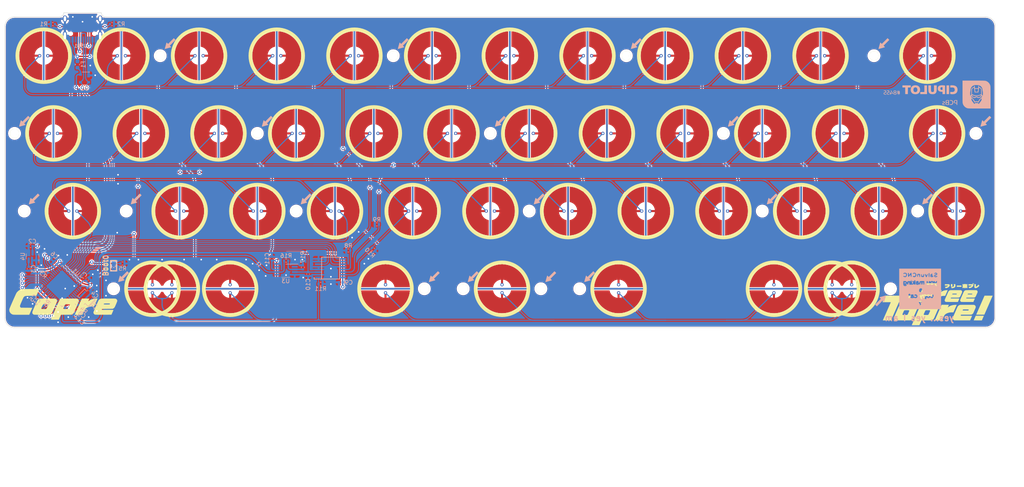
<source format=kicad_pcb>
(kicad_pcb (version 20211014) (generator pcbnew)

  (general
    (thickness 1.59)
  )

  (paper "A4")
  (title_block
    (title "Copre")
    (date "2022-10-09")
    (rev "1")
    (company "Cipulot  PCB Design")
    (comment 1 "WTFPL")
    (comment 2 "Cipulot")
  )

  (layers
    (0 "F.Cu" signal)
    (1 "In1.Cu" signal)
    (2 "In2.Cu" signal)
    (31 "B.Cu" signal)
    (32 "B.Adhes" user "B.Adhesive")
    (33 "F.Adhes" user "F.Adhesive")
    (34 "B.Paste" user)
    (35 "F.Paste" user)
    (36 "B.SilkS" user "B.Silkscreen")
    (37 "F.SilkS" user "F.Silkscreen")
    (38 "B.Mask" user)
    (39 "F.Mask" user)
    (40 "Dwgs.User" user "User.Drawings")
    (41 "Cmts.User" user "User.Comments")
    (42 "Eco1.User" user "User.Eco1")
    (43 "Eco2.User" user "User.Eco2")
    (44 "Edge.Cuts" user)
    (45 "Margin" user)
    (46 "B.CrtYd" user "B.Courtyard")
    (47 "F.CrtYd" user "F.Courtyard")
    (48 "B.Fab" user)
    (49 "F.Fab" user)
    (50 "User.1" user)
    (51 "User.2" user)
    (52 "User.3" user)
    (53 "User.4" user)
    (54 "User.5" user)
    (55 "User.6" user)
    (56 "User.7" user)
    (57 "User.8" user)
    (58 "User.9" user)
  )

  (setup
    (stackup
      (layer "F.SilkS" (type "Top Silk Screen"))
      (layer "F.Paste" (type "Top Solder Paste"))
      (layer "F.Mask" (type "Top Solder Mask") (thickness 0.01))
      (layer "F.Cu" (type "copper") (thickness 0.035))
      (layer "dielectric 1" (type "prepreg") (thickness 0.2) (material "7628") (epsilon_r 4.6) (loss_tangent 0))
      (layer "In1.Cu" (type "copper") (thickness 0.0175))
      (layer "dielectric 2" (type "core") (thickness 1.065) (material "FR4") (epsilon_r 4.5) (loss_tangent 0.02))
      (layer "In2.Cu" (type "copper") (thickness 0.0175))
      (layer "dielectric 3" (type "prepreg") (thickness 0.2) (material "7628") (epsilon_r 4.6) (loss_tangent 0))
      (layer "B.Cu" (type "copper") (thickness 0.035))
      (layer "B.Mask" (type "Bottom Solder Mask") (thickness 0.01))
      (layer "B.Paste" (type "Bottom Solder Paste"))
      (layer "B.SilkS" (type "Bottom Silk Screen"))
      (copper_finish "HAL lead-free")
      (dielectric_constraints no)
    )
    (pad_to_mask_clearance 0)
    (aux_axis_origin 26.221561 57.65)
    (pcbplotparams
      (layerselection 0x00010fc_ffffffff)
      (disableapertmacros false)
      (usegerberextensions false)
      (usegerberattributes false)
      (usegerberadvancedattributes false)
      (creategerberjobfile true)
      (svguseinch false)
      (svgprecision 6)
      (excludeedgelayer true)
      (plotframeref false)
      (viasonmask false)
      (mode 1)
      (useauxorigin true)
      (hpglpennumber 1)
      (hpglpenspeed 20)
      (hpglpendiameter 15.000000)
      (dxfpolygonmode true)
      (dxfimperialunits true)
      (dxfusepcbnewfont true)
      (psnegative false)
      (psa4output false)
      (plotreference true)
      (plotvalue true)
      (plotinvisibletext false)
      (sketchpadsonfab false)
      (subtractmaskfromsilk true)
      (outputformat 1)
      (mirror false)
      (drillshape 0)
      (scaleselection 1)
      (outputdirectory "Copre")
    )
  )

  (net 0 "")
  (net 1 "Net-(C1-Pad1)")
  (net 2 "ROW3")
  (net 3 "+5V")
  (net 4 "BOOT0")
  (net 5 "VBAT")
  (net 6 "NRST")
  (net 7 "APLEX_OUT_PIN_0")
  (net 8 "D+")
  (net 9 "D-")
  (net 10 "VBUS")
  (net 11 "ADC")
  (net 12 "Net-(R16-Pad2)")
  (net 13 "Net-(R1-Pad2)")
  (net 14 "BOOT1")
  (net 15 "COL1")
  (net 16 "COL2")
  (net 17 "COL3")
  (net 18 "COL0")
  (net 19 "COL7")
  (net 20 "COL5")
  (net 21 "COL4")
  (net 22 "COL6")
  (net 23 "Net-(R2-Pad1)")
  (net 24 "COL8")
  (net 25 "ROW2")
  (net 26 "ROW0")
  (net 27 "ROW1")
  (net 28 "APLEX_EN_PIN_0")
  (net 29 "unconnected-(U1-Pad4)")
  (net 30 "XTAL0")
  (net 31 "XTAL1")
  (net 32 "unconnected-(U1-Pad21)")
  (net 33 "COL9")
  (net 34 "SWDIO")
  (net 35 "AMUX_SEL_0")
  (net 36 "AMUX_SEL_1")
  (net 37 "AMUX_SEL_2")
  (net 38 "unconnected-(USB1-Pad3)")
  (net 39 "unconnected-(USB1-Pad9)")
  (net 40 "unconnected-(U1-Pad2)")
  (net 41 "unconnected-(U1-Pad3)")
  (net 42 "COL10")
  (net 43 "COL11")
  (net 44 "unconnected-(U1-Pad29)")
  (net 45 "unconnected-(U1-Pad30)")
  (net 46 "Net-(R3-Pad1)")
  (net 47 "unconnected-(U1-Pad18)")
  (net 48 "unconnected-(U1-Pad13)")
  (net 49 "GND")
  (net 50 "unconnected-(U1-Pad19)")
  (net 51 "unconnected-(U1-Pad11)")
  (net 52 "unconnected-(U1-Pad10)")

  (footprint "cipulot_parts:ecs_pad_no_ring" (layer "F.Cu") (at 253.665311 68.4))

  (footprint "cipulot_parts:ecs_pad_no_ring" (layer "F.Cu") (at 156.034061 87.45))

  (footprint "cipulot_parts:ecs_pad_no_ring" (layer "F.Cu") (at 70.309061 106.5))

  (footprint "cipulot_parts:ecs_pad_no_ring" (layer "F.Cu") (at 113.171561 68.4))

  (footprint "cipulot_parts:HOLE_M2" (layer "F.Cu") (at 139.841561 125.55))

  (footprint "cipulot_parts:HOLE_M2" (layer "F.Cu") (at 57.212186 106.5))

  (footprint "cipulot_parts:ecs_pad_no_ring" (layer "F.Cu") (at 175.084061 87.45))

  (footprint "cipulot_parts:HOLE_M2" (layer "F.Cu") (at 244.616569 125.55 180))

  (footprint "cipulot_parts:ecs_pad_no_ring" (layer "F.Cu") (at 216.041561 125.55 90))

  (footprint "cipulot_parts:HOLE_M2" (layer "F.Cu") (at 65.546561 68.4))

  (footprint "cipulot_parts:ecs_pad_no_ring" (layer "F.Cu") (at 108.409061 106.5))

  (footprint "cipulot_parts:HOLE_M2" (layer "F.Cu") (at 98.884061 106.5))

  (footprint "cipulot_parts:ecs_pad_no_ring" (layer "F.Cu") (at 170.321561 68.4))

  (footprint "cipulot_parts:ecs_pad_no_ring" (layer "F.Cu") (at 194.134061 87.45))

  (footprint "cipulot_parts:ecs_pad_no_ring" (layer "F.Cu")
    (tedit 62421F5E) (tstamp 52f3e9e5-e12d-4a15-92d5-4390b5823e3c)
    (at 260.809061 106.5)
    (descr " StepUp generated footprint")
    (property "Sheetfile" "File: matrix.kicad_sch")
    (property "Sheetname" "matrix")
    (path "/d1422f38-9fce-4f5e-878a-341530beaf9c/1dac1c8e-aab6-4baf-8e2e-efcb0bd11121")
    (attr smd exclude_from_pos_files exclude_from_bom)
    (fp_text reference "SW37" (at -6 -8) (layer "Dwgs.User")
      (effects (font (size 0.8 0.8) (thickness 0.12)))
      (tstamp 266aae53-b48b-448c-a0b8-16f9af05b37f)
    )
    (fp_text value "EC_SW" (at -4.9 -5.6) (layer "F.SilkS") hide
      (effects (font (size 0.8 0.8) (thickness 0.12)))
      (tstamp 1be32ce3-6745-496d-8267-81ce1bb172ef)
    )
    (fp_text user "${REFERENCE}" (at 0 -2.5) (layer "F.Fab")
      (effects (font (size 0.8 0.8) (thickness 0.12)))
      (tstamp 4e4610d9-b434-453e-a33a-486a44cdb801)
    )
    (fp_circle (center 0 0) (end 6.467 0) (layer "F.SilkS") (width 0.9) (fill none) (tstamp 51ea2548-e552-4371-8728-d7bf3815cdca))
    (fp_line (start -5.97 7) (end -7.3 5.67) (layer "Dwgs.User") (width 0.1) (tstamp 112f064a-42a8-4151-b3ed-82566a956b0d))
    (fp_line (start 5.97 7) (end -5.97 7) (layer "Dwgs.User") (width 0.1) (tstamp 223a968e-ff66-4b59-9878-f255cbe8081e))
    (fp_line (start -7.3 5.67) (end -5.97 7) (layer "Dwgs.User") (width 0.1) (tstamp 3401d590-dceb-43f0-8891-14e5b9411641))
    (fp_line (start -7.3 5.67) (end -7.3 -5.67) (layer "Dwgs.User") (width 0.1) (tstamp 414d8044-9ebc-4753-bfb7-94cbaab2cd0d))
    (fp_line (start 5.97 -7) (end 7.3 -5.67) (layer "Dwgs.User") (width 0.1) (tstamp 51a67716-6755-44f0-830a-6dc0cfca2306))
    (fp_line (start -9.25 1.3) (end -9.250371 6.049348) (layer "Dwgs.User") (width 0.1) (tstamp 5dbfa2ae-be27-486d-a182-ef5612bb7db5))
    (fp_line (start -9.251813 -6.05039) (end -9.25 -1.3) (layer "Dwgs.User") (width 0.1) (tstamp b429142c-b83b-4442-b0a7-4a57a7b14c69))
    (fp_line (start 7.3 5.67) (end 5.97 7) (layer "Dwgs.User") (width 0.1) (tstamp d8d9c33e-cbc7-4598-8afa-3526f28986ba))
    (fp_line (start 7.3 -5.67) (end 7.3 5.67) (layer "Dwgs.User") (width 0.1) (tstamp e8b9fc1a-d406-4319-9cc5-f43b0a7a934d))
    (fp_line (start -5.97 -7) (end 5.97 -7) (layer "Dwgs.User") (width 0.1) (tstamp ecd7f809-8ffd-4b61-996b-345fd45ed05c))
    (fp_line (start 9.251813 -6.05039) (end 9.25 -1.3) (layer "Dwgs.User") (width 0.1) (tstamp f45d016b-62df-44c7-ae59-e4e3e608fc35))
    (fp_line (start -7.3 -5.67) (end -5.97 -7) (layer "Dwgs.User") (width 0.1) (tstamp faef146c-8d8d-476b-bd30-523fffedcad4))
    (fp_line (start 9.25 1.3) (end 9.250651 6.049404) (layer "Dwgs.User") (width 0.1) (tstamp fc5197be-d2f5-4515-b2d9-75efa38ec627))
    (fp_arc (start -9.25 -1.3) (mid -7.95 0) (end -9.25 1.3) (layer "Dwgs.User") (width 0.1) (tstamp 39c683b2-45a0-4cad-8c52-fcef892417d4))
    (fp_arc (start 9.25 1.3) (mid 7.95 0) (end 9.25 -1.3) (layer "Dwgs.User") (width 0.1) (tstamp e9563877-054b-460b-ba18-1e1e70e25789))
    (fp_curve (pts (xy -9.250371 6.049348) (xy -9.250422 6.677362) (xy -9.046276 7.30655) (xy -8.677042 7.814101)) (layer "Dwgs.User") (width 0.1) (tstamp 11569ac0-7d3d-4194-9d73-a82df2c1968e))
    (fp_curve (pts (xy 6.25 9.05) (xy 6.878319 9.05) (xy 7.503978 8.844442) (xy 8.012619 8.475744)) (layer "Dwgs.User") (width 0.1) (tstamp 1b4a9fc3-9ab7-4585-8305-ecc976fcd1c3))
    (fp_curve (pts (xy -8.677042 7.814101) (xy -8.215499 8.448541) (xy -7.496006 8.892925) (xy -6.71966 9.014527)) (layer "Dwgs.User") (width 0.1) (tstamp 321ad7bb-30ab-4bdd-86d2-a4cdae7b4b85))
    (fp_curve (pts (xy -6.249691 -9.051713) (xy -7.035135 -9.052706) (xy -7.816878 -8.726043) (xy -8.371514 -8.171861)) (layer "Dwgs.User") (width 0.1) (tstamp 53d8ae9c-5e9c-479f-86e0-f290162caaf3))
    (fp_curve (pts (xy 9.251813 -6.05039) (xy 9.253678 -6.835978) (xy 8.92615 -7.61768) (xy 8.371514 -8.171861)) (layer "Dwgs.User") (width 0.1) (tstamp 5bc2d92d-795b-433c-9e76-cf3d9936f0c3))
    (fp_curve (pts (xy 8.676354 7.811921) (xy 9.045049 7.303239) (xy 9.250869 6.67773) (xy 9.250651 6.049404)) (layer "Dwgs.User") (width 0.1) (tstamp 96d8cdb7-8a75-4494-9dcf-43306003b39a))
    (fp_curve (pts (xy -6.71966 9.014527) (xy -6.564391 9.038847) (xy -6.406847 9.050256) (xy -6.249803 9.05032)) (layer "Dwgs.User") (width 0.1) (tstamp a03573a3-09af-4cfc-b614-d23c1fa9ad6c))
    (fp_curve (pts (xy 8.371514 -8.171861) (xy 7.816878 -8.726043) (xy 7.035135 -9.052706) (xy 6.249691 -9.051713)) (layer "Dwgs.User") (width 0.1) (tstamp b29e2468-5b70-480b-a2d1-75f6f7cc4c52))
    (fp_curve (pts (xy 8.012619 8.475744) (xy 8.26694 8.291395) (xy 8.492006 8.066262) (xy 8.676354 7.811921)) (layer "Dwgs.User") (width 0.1) (tstamp b716167b-1dab-4914-bce6-c27b4f96a016))
    (fp_curve (pts (xy 6.249691 -9.051713) (xy 2.116313 -9.04649) (xy -2.116313 -9.04649) (xy -6.249691 -9.051713)) (layer "Dwgs.User") (width 0.1) (tstamp c952485f-d179-4715-8211-ed64132f0121))
    (fp_curve (pts (xy -8.371514 -8.171861) (xy -8.92615 -7.61768) (xy -9.253678 -6.835978) (xy -9.251813 -6.05039)) (layer "Dwgs.User") (width 0.1) (tstamp dcaf2228-fbd4-4ba4-b90b-b34baf7c85b2))
    (fp_curve (pts (xy -6.249803 9.05032) (xy -2.117596 9.052005) (xy 2.116864 9.05) (xy 6.25 9.05)) (layer "Dwgs.User") (width 0.1) (tstamp e5e63927-949f-449d-ba9b-4d66eca4d1f8))
    (pad "1" smd custom (at -1 0) (size 0.4 0.4) (layers "F.Cu")
      (net 25 "ROW2") (pinfunction "1") (pintype "passive") (zone_connect 0)
      (options (clearance outline) (anchor circle))
      (primitives
        (gr_poly (pts
            (xy 0.6 -2.214159)
            (xy 0.320477 -2.144936)
            (xy 0.052085 -2.040578)
            (xy -0.20078 -1.902795)
            (xy -0.433976 -1.733843)
            (xy -0.643683 -1.536492)
            (xy -0.826466 -1.313972)
            (xy -0.979332 -1.069928)
            (xy -1.099775 -0.80836)
            (xy -1.185824 -0.53355)
            (xy -1.236068 -0.25)
            (xy 0 -0.25)
            (xy 0.095671 -0.23097)
            (xy 0.176777 -0.176777)
            (xy 0.23097 -0.095671)
            (xy 0.25 0)
            (xy 0.23097 0.095671)
            (xy 0.176777 0.176777)
            (xy 0.095671 0.23097)
            (xy 0 0.25)
            (xy -1.236068 0.25)
            (xy -1.185824 0.53355)
            (xy -1.099775 0.80836)
            (xy -0.979332 1.069928)
            (xy -0.826466 1.313972)
            (xy -0.643683 1.536492)
            (xy -0.433976 1.733843)
            (xy -0.20078 1.902795)
            (xy 0.052085 2.040578)
            (xy 0.320477 2.144936)
            (xy 0.6 2.214159)
            (xy 0.6 5.986652)
            (xy 0.115133 5.934392)
            (xy -0.363889 5.842928)
            (xy -0.8339 5.712864)
            (xy -1.291796 5.545058)
            (xy -1.734552 5.34062)
            (xy -2.159242 5.100901)
            (xy -2.563061 4.827483)
            (xy -2.943342 4.522174)
            (xy -3.297572 4.186989)
            (xy -3.62341 3.824144)
            (xy -3.918705 3.436035)
            (xy -4.181506 3.025227)
            (xy -4.410075 2.594434)
            (xy -4.602904 2.1465)
            (xy -4.758719 1.684386)
            (xy -4.876489 1.211145)
            (xy -4.955438 0.729902)
            (xy -4.995043 0.243838)
            (xy -4.995043 -0.243838)
            (xy -4.955438 -0.729902)
            (xy -4.876489 -1.211145)
            (xy -4.758719 -1.684386)
            (xy -4.602904 -2.1465)
            (xy -4.410075 -2.594434)
            (xy -4.181506 -3.025227)
            (xy -3.918705 -3.436035)
            (xy -3.62341 -3.824144)
            (xy -3.297572 -4.186989)
            (xy -2.943342 -4.522174)
            (xy -2.563061 -4.827483)
            (xy -2.159242 -5.100901)
            (xy -1.734552 -5.34062)
            (xy -1.291796 -5.545058)
            (xy -0.8339 -5.712864)
            (xy -0.363889 -5.842928)
            (xy 0.115133 -5.934392)
            (xy 0.6 -5.986652)
          ) (width 0) (fill yes))
      ) (tstamp 93932e70-e9f3-41a0-9f59-c4918184ffcd))
    (pad "2" smd custom (at 1 0 180) (size 0.4 0.4) (layers "F.Cu")
      (net 43 "COL11") (pinfunction "2") (pintype "passive") (zone_connect 0)
      (options (clearance outline) (anchor circle))
      (primitives
        (gr_poly (pts
            (xy 0.6 -2.214159)
            (xy 0.320477 -2.144936)
            (xy 0.052085 -2.040578)
            (xy -0.20078 -1.902795)
            (xy -0.433976 -1.733843)
            (xy -0.643683 -1.536492)
            (xy -0.826466 -1.313972)
            (xy -0.979332 -1.069928)
            (xy -1.099775 -0.80836)
            (xy -1.185824 -0.53355)
            (xy -1.236068 -0.25)
            (xy 0 -0.25)
            (xy 0.095671 -0.23097)
            (xy 0.176777 -0.176777)
            (xy 0.23097 -0.095671)
            (xy 0.25 0)
            (xy 0.23097 0.095671)
            (xy 0.176777 0.176777)
            (xy 0.095671 0.23097)
            (xy 0 0.25)
            (xy -1.236068 0.25)
            (xy -1.185824 0.53355)
            (xy -1.099775 0.80836)
            (xy -0.979332 1.069928)
            (xy -0.826466 1.313972)
            (xy -0.643683 1.536492)
            (xy -0.433976 1.733843)
            (xy -0.20078 1.902795)
            (xy 0.052085 2.040578)
            (xy 0.320477 2.144936)
            (xy 0.6 2.214159)
            (xy 0.6 5.986652)
            (xy 0.115133 5.934392)
            (xy -0.363889 5.842928)
            (xy -0.8339 5.712864)
            (xy -1.291796 5.545058)
            (xy -1.734552 5.34062)
            (xy -2.159242 5.100901)
            (xy -2.563061 4.827483)
            (xy -2.943342 4.522174)
            (xy -3.297572 4.186989)
            (xy -3.62341 3.824144)
            (xy -3.918705 3.436035)
            (xy -4.181506 3.025227)
            (xy -4.410075 2.594434)
            (xy -4.602904 2.1465)
            (xy -4.758719 1.684386)
            (xy -4.876489 1.211145)
            (xy -4.955438 0.729902)
            (xy -4.995043 0.243838)
            (xy -4.995043 -0.243838)
            (xy -4.955438 -0.729902)
            (xy -4.876489 -1.211145)
            (xy -4.758719 -1.684386)
            (xy -4.602904 -2.1465)
            (xy -4.410075 -2.594434)
            (xy -4.181506 -3.025227)
            (xy -3.918705 -3.436035)
            (xy -3.62341 -3.824144)
            (xy -3.297572 -4.186989)
            (xy -2.943342 -4.522174)
            (xy -2.563061 -4.827483)
            (xy -2.159242 -5.100901)
            (xy -1.734552 -5.34062)
            (xy -1.291796 -5.545058)
            (xy -0.8339 -5.712864)
            (xy -0.363889 -5.842928)
            (xy 0.115133 -5.934392)
            (xy 0.6 -5.986652)
          ) (width 0) (fill yes))
      ) (tstamp 5bb58f0a-7273-4fa8-907d-a220a72eff10))
    (pad "3" smd custom (at 0 0) (size 0.4 0.4) (layers "F.Cu")
      (net 49 "GND") (pinfunction "SG") (pintype "input") (zone_connect 2)
      (options (clearance convexhull) (anchor rect))
      (primitives
        (gr_line (start 0 -7) (end 0 7) (width 0.4))
      ) (tstamp 4a9459e3-df32-46aa-9881-8fa65a7b621a))
    (pad "3" smd custom (at 0 0) (size 0.4 0.4) (layers "B.Cu")
      (net 49 "GND") (pinfunction "SG") (pintype "input") (zone_connect 2)
      (options (clearance convexhull) (anchor rect))
      (primitives
        (gr_line (start 0 -6.5) (end 0 6.5) (width 0.4))
      ) (tstamp cf6b4da7-6aab-45f8-9231-748394ea5f66))
    (zone (net 0) (net_name "") (layer "F.Cu") (tstamp 774719fb-2956-4e3c-a86e-5d631b157f68) (hatch edge 0.508)
      (connect_pads (clearance 0))
      (min_thickness 0.254)
      (keepout (tracks allowed) (vias allowed) (pads allowed) (copperpour not_allowed) (footprints allowed))
      (fill (thermal_gap 0.508) (thermal_bridge_width 0.508))
      (polygon
        (pts
          (xy 267.813966 106.5)
          (xy 267.795154 105.986973)
          (xy 267.73882 105.476702)
          (xy 267.645265 104.971927)
          (xy 267.514993 104.47536)
          (xy 267.348703 103.989667)
          (xy 267.147289 103.517457)
          (xy 266.911831 103.061266)
          (xy 266.643595 102.623545)
          (xy 266.344022 102.206644)
          (xy 266.01472 101.812804)
          (xy 265.657458 101.444138)
          (xy 265.274155 101.102628)
          (xy 264.866871 100.790107)
          (xy 264.437791 100.508255)
          (xy 263.989221 100.258584)
          (xy 263.523571 100.042436)
          (xy 263.043341 99.860972)
          (xy 262.55111 99.715167)
          (xy 262.049523 99.605803)
          (xy 261.541273 99.533469)
          (xy 261.02909 99.498551)
          (xy 260.515726 99.501239)
          (xy 260.003937 99.541518)
          (xy 259.496473 99.619171)
          (xy 258.996058 99.733781)
          (xy 258.505381 99.884733)
          (xy 258.027078 100.071216)
          (xy 257.563716 100.292228)
          (xy 257.117786 100.546582)
          (xy 256.691681 100.832913)
          (xy 256.287691 101.149681)
          (xy 255.907986 101.495187)
          (xy 255.554604 101.867573)
          (xy 255.229445 102.264841)
          (xy 254.934253 102.684855)
          (xy 254.670616 103.125361)
          (xy 254.439948 103.583993)
          (xy 254.24349 104.058286)
          (xy 254.082295 104.545694)
          (xy 253.95723 105.043598)
          (xy 253.868966 105.549325)
          (xy 253.817979 106.060158)
          (xy 253.80454 106.573354)
          (xy 253.828723 107.086155)
          (xy 253.890398 107.595809)
          (xy 253.989233 108.099576)
          (xy 254.124698 108.594752)
          (xy 254.296065 109.078678)
          (xy 254.502414 109.548753)
          (xy 254.742635 110.002452)
          (xy 255.01544 110.437341)
          (xy 255.319363 110.851081)
          (xy 255.652771 111.241452)
          (xy 256.013874 111.606356)
          (xy 256.400731 111.943834)
          (xy 256.811267 112.252072)
          (xy 257.243274 112.529416)
          (xy 257.694434 112.774376)
          (xy 258.162322 112.985635)
          (xy 258.644426 113.162061)
          (xy 259.138157 113.302703)
          (xy 259.640862 113.406809)
          (xy 260
... [3232922 chars truncated]
</source>
